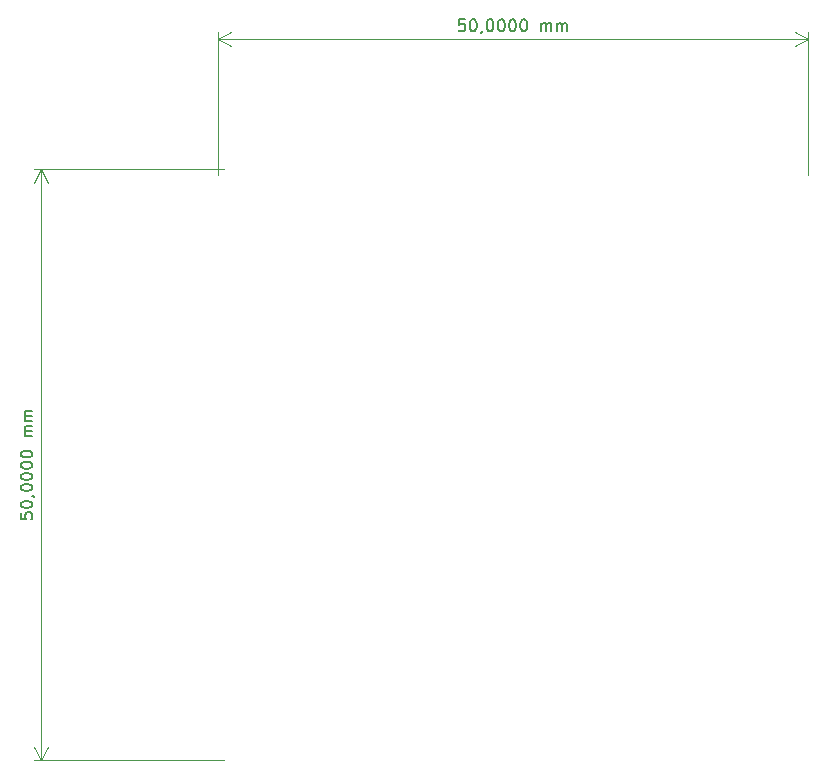
<source format=gbr>
%TF.GenerationSoftware,KiCad,Pcbnew,8.0.1*%
%TF.CreationDate,2024-07-21T18:07:33+02:00*%
%TF.ProjectId,byp,6279702e-6b69-4636-9164-5f7063625858,rev?*%
%TF.SameCoordinates,Original*%
%TF.FileFunction,Other,User*%
%FSLAX46Y46*%
G04 Gerber Fmt 4.6, Leading zero omitted, Abs format (unit mm)*
G04 Created by KiCad (PCBNEW 8.0.1) date 2024-07-21 18:07:33*
%MOMM*%
%LPD*%
G01*
G04 APERTURE LIST*
%ADD10C,0.150000*%
%ADD11C,0.100000*%
G04 APERTURE END LIST*
D10*
X58304820Y-79095237D02*
X58304820Y-79571427D01*
X58304820Y-79571427D02*
X58781010Y-79619046D01*
X58781010Y-79619046D02*
X58733391Y-79571427D01*
X58733391Y-79571427D02*
X58685772Y-79476189D01*
X58685772Y-79476189D02*
X58685772Y-79238094D01*
X58685772Y-79238094D02*
X58733391Y-79142856D01*
X58733391Y-79142856D02*
X58781010Y-79095237D01*
X58781010Y-79095237D02*
X58876248Y-79047618D01*
X58876248Y-79047618D02*
X59114343Y-79047618D01*
X59114343Y-79047618D02*
X59209581Y-79095237D01*
X59209581Y-79095237D02*
X59257201Y-79142856D01*
X59257201Y-79142856D02*
X59304820Y-79238094D01*
X59304820Y-79238094D02*
X59304820Y-79476189D01*
X59304820Y-79476189D02*
X59257201Y-79571427D01*
X59257201Y-79571427D02*
X59209581Y-79619046D01*
X58304820Y-78428570D02*
X58304820Y-78333332D01*
X58304820Y-78333332D02*
X58352439Y-78238094D01*
X58352439Y-78238094D02*
X58400058Y-78190475D01*
X58400058Y-78190475D02*
X58495296Y-78142856D01*
X58495296Y-78142856D02*
X58685772Y-78095237D01*
X58685772Y-78095237D02*
X58923867Y-78095237D01*
X58923867Y-78095237D02*
X59114343Y-78142856D01*
X59114343Y-78142856D02*
X59209581Y-78190475D01*
X59209581Y-78190475D02*
X59257201Y-78238094D01*
X59257201Y-78238094D02*
X59304820Y-78333332D01*
X59304820Y-78333332D02*
X59304820Y-78428570D01*
X59304820Y-78428570D02*
X59257201Y-78523808D01*
X59257201Y-78523808D02*
X59209581Y-78571427D01*
X59209581Y-78571427D02*
X59114343Y-78619046D01*
X59114343Y-78619046D02*
X58923867Y-78666665D01*
X58923867Y-78666665D02*
X58685772Y-78666665D01*
X58685772Y-78666665D02*
X58495296Y-78619046D01*
X58495296Y-78619046D02*
X58400058Y-78571427D01*
X58400058Y-78571427D02*
X58352439Y-78523808D01*
X58352439Y-78523808D02*
X58304820Y-78428570D01*
X59257201Y-77619046D02*
X59304820Y-77619046D01*
X59304820Y-77619046D02*
X59400058Y-77666665D01*
X59400058Y-77666665D02*
X59447677Y-77714284D01*
X58304820Y-76999999D02*
X58304820Y-76904761D01*
X58304820Y-76904761D02*
X58352439Y-76809523D01*
X58352439Y-76809523D02*
X58400058Y-76761904D01*
X58400058Y-76761904D02*
X58495296Y-76714285D01*
X58495296Y-76714285D02*
X58685772Y-76666666D01*
X58685772Y-76666666D02*
X58923867Y-76666666D01*
X58923867Y-76666666D02*
X59114343Y-76714285D01*
X59114343Y-76714285D02*
X59209581Y-76761904D01*
X59209581Y-76761904D02*
X59257201Y-76809523D01*
X59257201Y-76809523D02*
X59304820Y-76904761D01*
X59304820Y-76904761D02*
X59304820Y-76999999D01*
X59304820Y-76999999D02*
X59257201Y-77095237D01*
X59257201Y-77095237D02*
X59209581Y-77142856D01*
X59209581Y-77142856D02*
X59114343Y-77190475D01*
X59114343Y-77190475D02*
X58923867Y-77238094D01*
X58923867Y-77238094D02*
X58685772Y-77238094D01*
X58685772Y-77238094D02*
X58495296Y-77190475D01*
X58495296Y-77190475D02*
X58400058Y-77142856D01*
X58400058Y-77142856D02*
X58352439Y-77095237D01*
X58352439Y-77095237D02*
X58304820Y-76999999D01*
X58304820Y-76047618D02*
X58304820Y-75952380D01*
X58304820Y-75952380D02*
X58352439Y-75857142D01*
X58352439Y-75857142D02*
X58400058Y-75809523D01*
X58400058Y-75809523D02*
X58495296Y-75761904D01*
X58495296Y-75761904D02*
X58685772Y-75714285D01*
X58685772Y-75714285D02*
X58923867Y-75714285D01*
X58923867Y-75714285D02*
X59114343Y-75761904D01*
X59114343Y-75761904D02*
X59209581Y-75809523D01*
X59209581Y-75809523D02*
X59257201Y-75857142D01*
X59257201Y-75857142D02*
X59304820Y-75952380D01*
X59304820Y-75952380D02*
X59304820Y-76047618D01*
X59304820Y-76047618D02*
X59257201Y-76142856D01*
X59257201Y-76142856D02*
X59209581Y-76190475D01*
X59209581Y-76190475D02*
X59114343Y-76238094D01*
X59114343Y-76238094D02*
X58923867Y-76285713D01*
X58923867Y-76285713D02*
X58685772Y-76285713D01*
X58685772Y-76285713D02*
X58495296Y-76238094D01*
X58495296Y-76238094D02*
X58400058Y-76190475D01*
X58400058Y-76190475D02*
X58352439Y-76142856D01*
X58352439Y-76142856D02*
X58304820Y-76047618D01*
X58304820Y-75095237D02*
X58304820Y-74999999D01*
X58304820Y-74999999D02*
X58352439Y-74904761D01*
X58352439Y-74904761D02*
X58400058Y-74857142D01*
X58400058Y-74857142D02*
X58495296Y-74809523D01*
X58495296Y-74809523D02*
X58685772Y-74761904D01*
X58685772Y-74761904D02*
X58923867Y-74761904D01*
X58923867Y-74761904D02*
X59114343Y-74809523D01*
X59114343Y-74809523D02*
X59209581Y-74857142D01*
X59209581Y-74857142D02*
X59257201Y-74904761D01*
X59257201Y-74904761D02*
X59304820Y-74999999D01*
X59304820Y-74999999D02*
X59304820Y-75095237D01*
X59304820Y-75095237D02*
X59257201Y-75190475D01*
X59257201Y-75190475D02*
X59209581Y-75238094D01*
X59209581Y-75238094D02*
X59114343Y-75285713D01*
X59114343Y-75285713D02*
X58923867Y-75333332D01*
X58923867Y-75333332D02*
X58685772Y-75333332D01*
X58685772Y-75333332D02*
X58495296Y-75285713D01*
X58495296Y-75285713D02*
X58400058Y-75238094D01*
X58400058Y-75238094D02*
X58352439Y-75190475D01*
X58352439Y-75190475D02*
X58304820Y-75095237D01*
X58304820Y-74142856D02*
X58304820Y-74047618D01*
X58304820Y-74047618D02*
X58352439Y-73952380D01*
X58352439Y-73952380D02*
X58400058Y-73904761D01*
X58400058Y-73904761D02*
X58495296Y-73857142D01*
X58495296Y-73857142D02*
X58685772Y-73809523D01*
X58685772Y-73809523D02*
X58923867Y-73809523D01*
X58923867Y-73809523D02*
X59114343Y-73857142D01*
X59114343Y-73857142D02*
X59209581Y-73904761D01*
X59209581Y-73904761D02*
X59257201Y-73952380D01*
X59257201Y-73952380D02*
X59304820Y-74047618D01*
X59304820Y-74047618D02*
X59304820Y-74142856D01*
X59304820Y-74142856D02*
X59257201Y-74238094D01*
X59257201Y-74238094D02*
X59209581Y-74285713D01*
X59209581Y-74285713D02*
X59114343Y-74333332D01*
X59114343Y-74333332D02*
X58923867Y-74380951D01*
X58923867Y-74380951D02*
X58685772Y-74380951D01*
X58685772Y-74380951D02*
X58495296Y-74333332D01*
X58495296Y-74333332D02*
X58400058Y-74285713D01*
X58400058Y-74285713D02*
X58352439Y-74238094D01*
X58352439Y-74238094D02*
X58304820Y-74142856D01*
X59304820Y-72619046D02*
X58638153Y-72619046D01*
X58733391Y-72619046D02*
X58685772Y-72571427D01*
X58685772Y-72571427D02*
X58638153Y-72476189D01*
X58638153Y-72476189D02*
X58638153Y-72333332D01*
X58638153Y-72333332D02*
X58685772Y-72238094D01*
X58685772Y-72238094D02*
X58781010Y-72190475D01*
X58781010Y-72190475D02*
X59304820Y-72190475D01*
X58781010Y-72190475D02*
X58685772Y-72142856D01*
X58685772Y-72142856D02*
X58638153Y-72047618D01*
X58638153Y-72047618D02*
X58638153Y-71904761D01*
X58638153Y-71904761D02*
X58685772Y-71809522D01*
X58685772Y-71809522D02*
X58781010Y-71761903D01*
X58781010Y-71761903D02*
X59304820Y-71761903D01*
X59304820Y-71285713D02*
X58638153Y-71285713D01*
X58733391Y-71285713D02*
X58685772Y-71238094D01*
X58685772Y-71238094D02*
X58638153Y-71142856D01*
X58638153Y-71142856D02*
X58638153Y-70999999D01*
X58638153Y-70999999D02*
X58685772Y-70904761D01*
X58685772Y-70904761D02*
X58781010Y-70857142D01*
X58781010Y-70857142D02*
X59304820Y-70857142D01*
X58781010Y-70857142D02*
X58685772Y-70809523D01*
X58685772Y-70809523D02*
X58638153Y-70714285D01*
X58638153Y-70714285D02*
X58638153Y-70571428D01*
X58638153Y-70571428D02*
X58685772Y-70476189D01*
X58685772Y-70476189D02*
X58781010Y-70428570D01*
X58781010Y-70428570D02*
X59304820Y-70428570D01*
D11*
X75500000Y-50000000D02*
X59413581Y-50000000D01*
X75500000Y-100000000D02*
X59413581Y-100000000D01*
X60000001Y-50000000D02*
X60000001Y-100000000D01*
X60000001Y-50000000D02*
X60000001Y-100000000D01*
X60000001Y-50000000D02*
X60586422Y-51126504D01*
X60000001Y-50000000D02*
X59413580Y-51126504D01*
X60000001Y-100000000D02*
X59413580Y-98873496D01*
X60000001Y-100000000D02*
X60586422Y-98873496D01*
D10*
X95904762Y-37304819D02*
X95428572Y-37304819D01*
X95428572Y-37304819D02*
X95380953Y-37781009D01*
X95380953Y-37781009D02*
X95428572Y-37733390D01*
X95428572Y-37733390D02*
X95523810Y-37685771D01*
X95523810Y-37685771D02*
X95761905Y-37685771D01*
X95761905Y-37685771D02*
X95857143Y-37733390D01*
X95857143Y-37733390D02*
X95904762Y-37781009D01*
X95904762Y-37781009D02*
X95952381Y-37876247D01*
X95952381Y-37876247D02*
X95952381Y-38114342D01*
X95952381Y-38114342D02*
X95904762Y-38209580D01*
X95904762Y-38209580D02*
X95857143Y-38257200D01*
X95857143Y-38257200D02*
X95761905Y-38304819D01*
X95761905Y-38304819D02*
X95523810Y-38304819D01*
X95523810Y-38304819D02*
X95428572Y-38257200D01*
X95428572Y-38257200D02*
X95380953Y-38209580D01*
X96571429Y-37304819D02*
X96666667Y-37304819D01*
X96666667Y-37304819D02*
X96761905Y-37352438D01*
X96761905Y-37352438D02*
X96809524Y-37400057D01*
X96809524Y-37400057D02*
X96857143Y-37495295D01*
X96857143Y-37495295D02*
X96904762Y-37685771D01*
X96904762Y-37685771D02*
X96904762Y-37923866D01*
X96904762Y-37923866D02*
X96857143Y-38114342D01*
X96857143Y-38114342D02*
X96809524Y-38209580D01*
X96809524Y-38209580D02*
X96761905Y-38257200D01*
X96761905Y-38257200D02*
X96666667Y-38304819D01*
X96666667Y-38304819D02*
X96571429Y-38304819D01*
X96571429Y-38304819D02*
X96476191Y-38257200D01*
X96476191Y-38257200D02*
X96428572Y-38209580D01*
X96428572Y-38209580D02*
X96380953Y-38114342D01*
X96380953Y-38114342D02*
X96333334Y-37923866D01*
X96333334Y-37923866D02*
X96333334Y-37685771D01*
X96333334Y-37685771D02*
X96380953Y-37495295D01*
X96380953Y-37495295D02*
X96428572Y-37400057D01*
X96428572Y-37400057D02*
X96476191Y-37352438D01*
X96476191Y-37352438D02*
X96571429Y-37304819D01*
X97380953Y-38257200D02*
X97380953Y-38304819D01*
X97380953Y-38304819D02*
X97333334Y-38400057D01*
X97333334Y-38400057D02*
X97285715Y-38447676D01*
X98000000Y-37304819D02*
X98095238Y-37304819D01*
X98095238Y-37304819D02*
X98190476Y-37352438D01*
X98190476Y-37352438D02*
X98238095Y-37400057D01*
X98238095Y-37400057D02*
X98285714Y-37495295D01*
X98285714Y-37495295D02*
X98333333Y-37685771D01*
X98333333Y-37685771D02*
X98333333Y-37923866D01*
X98333333Y-37923866D02*
X98285714Y-38114342D01*
X98285714Y-38114342D02*
X98238095Y-38209580D01*
X98238095Y-38209580D02*
X98190476Y-38257200D01*
X98190476Y-38257200D02*
X98095238Y-38304819D01*
X98095238Y-38304819D02*
X98000000Y-38304819D01*
X98000000Y-38304819D02*
X97904762Y-38257200D01*
X97904762Y-38257200D02*
X97857143Y-38209580D01*
X97857143Y-38209580D02*
X97809524Y-38114342D01*
X97809524Y-38114342D02*
X97761905Y-37923866D01*
X97761905Y-37923866D02*
X97761905Y-37685771D01*
X97761905Y-37685771D02*
X97809524Y-37495295D01*
X97809524Y-37495295D02*
X97857143Y-37400057D01*
X97857143Y-37400057D02*
X97904762Y-37352438D01*
X97904762Y-37352438D02*
X98000000Y-37304819D01*
X98952381Y-37304819D02*
X99047619Y-37304819D01*
X99047619Y-37304819D02*
X99142857Y-37352438D01*
X99142857Y-37352438D02*
X99190476Y-37400057D01*
X99190476Y-37400057D02*
X99238095Y-37495295D01*
X99238095Y-37495295D02*
X99285714Y-37685771D01*
X99285714Y-37685771D02*
X99285714Y-37923866D01*
X99285714Y-37923866D02*
X99238095Y-38114342D01*
X99238095Y-38114342D02*
X99190476Y-38209580D01*
X99190476Y-38209580D02*
X99142857Y-38257200D01*
X99142857Y-38257200D02*
X99047619Y-38304819D01*
X99047619Y-38304819D02*
X98952381Y-38304819D01*
X98952381Y-38304819D02*
X98857143Y-38257200D01*
X98857143Y-38257200D02*
X98809524Y-38209580D01*
X98809524Y-38209580D02*
X98761905Y-38114342D01*
X98761905Y-38114342D02*
X98714286Y-37923866D01*
X98714286Y-37923866D02*
X98714286Y-37685771D01*
X98714286Y-37685771D02*
X98761905Y-37495295D01*
X98761905Y-37495295D02*
X98809524Y-37400057D01*
X98809524Y-37400057D02*
X98857143Y-37352438D01*
X98857143Y-37352438D02*
X98952381Y-37304819D01*
X99904762Y-37304819D02*
X100000000Y-37304819D01*
X100000000Y-37304819D02*
X100095238Y-37352438D01*
X100095238Y-37352438D02*
X100142857Y-37400057D01*
X100142857Y-37400057D02*
X100190476Y-37495295D01*
X100190476Y-37495295D02*
X100238095Y-37685771D01*
X100238095Y-37685771D02*
X100238095Y-37923866D01*
X100238095Y-37923866D02*
X100190476Y-38114342D01*
X100190476Y-38114342D02*
X100142857Y-38209580D01*
X100142857Y-38209580D02*
X100095238Y-38257200D01*
X100095238Y-38257200D02*
X100000000Y-38304819D01*
X100000000Y-38304819D02*
X99904762Y-38304819D01*
X99904762Y-38304819D02*
X99809524Y-38257200D01*
X99809524Y-38257200D02*
X99761905Y-38209580D01*
X99761905Y-38209580D02*
X99714286Y-38114342D01*
X99714286Y-38114342D02*
X99666667Y-37923866D01*
X99666667Y-37923866D02*
X99666667Y-37685771D01*
X99666667Y-37685771D02*
X99714286Y-37495295D01*
X99714286Y-37495295D02*
X99761905Y-37400057D01*
X99761905Y-37400057D02*
X99809524Y-37352438D01*
X99809524Y-37352438D02*
X99904762Y-37304819D01*
X100857143Y-37304819D02*
X100952381Y-37304819D01*
X100952381Y-37304819D02*
X101047619Y-37352438D01*
X101047619Y-37352438D02*
X101095238Y-37400057D01*
X101095238Y-37400057D02*
X101142857Y-37495295D01*
X101142857Y-37495295D02*
X101190476Y-37685771D01*
X101190476Y-37685771D02*
X101190476Y-37923866D01*
X101190476Y-37923866D02*
X101142857Y-38114342D01*
X101142857Y-38114342D02*
X101095238Y-38209580D01*
X101095238Y-38209580D02*
X101047619Y-38257200D01*
X101047619Y-38257200D02*
X100952381Y-38304819D01*
X100952381Y-38304819D02*
X100857143Y-38304819D01*
X100857143Y-38304819D02*
X100761905Y-38257200D01*
X100761905Y-38257200D02*
X100714286Y-38209580D01*
X100714286Y-38209580D02*
X100666667Y-38114342D01*
X100666667Y-38114342D02*
X100619048Y-37923866D01*
X100619048Y-37923866D02*
X100619048Y-37685771D01*
X100619048Y-37685771D02*
X100666667Y-37495295D01*
X100666667Y-37495295D02*
X100714286Y-37400057D01*
X100714286Y-37400057D02*
X100761905Y-37352438D01*
X100761905Y-37352438D02*
X100857143Y-37304819D01*
X102380953Y-38304819D02*
X102380953Y-37638152D01*
X102380953Y-37733390D02*
X102428572Y-37685771D01*
X102428572Y-37685771D02*
X102523810Y-37638152D01*
X102523810Y-37638152D02*
X102666667Y-37638152D01*
X102666667Y-37638152D02*
X102761905Y-37685771D01*
X102761905Y-37685771D02*
X102809524Y-37781009D01*
X102809524Y-37781009D02*
X102809524Y-38304819D01*
X102809524Y-37781009D02*
X102857143Y-37685771D01*
X102857143Y-37685771D02*
X102952381Y-37638152D01*
X102952381Y-37638152D02*
X103095238Y-37638152D01*
X103095238Y-37638152D02*
X103190477Y-37685771D01*
X103190477Y-37685771D02*
X103238096Y-37781009D01*
X103238096Y-37781009D02*
X103238096Y-38304819D01*
X103714286Y-38304819D02*
X103714286Y-37638152D01*
X103714286Y-37733390D02*
X103761905Y-37685771D01*
X103761905Y-37685771D02*
X103857143Y-37638152D01*
X103857143Y-37638152D02*
X104000000Y-37638152D01*
X104000000Y-37638152D02*
X104095238Y-37685771D01*
X104095238Y-37685771D02*
X104142857Y-37781009D01*
X104142857Y-37781009D02*
X104142857Y-38304819D01*
X104142857Y-37781009D02*
X104190476Y-37685771D01*
X104190476Y-37685771D02*
X104285714Y-37638152D01*
X104285714Y-37638152D02*
X104428571Y-37638152D01*
X104428571Y-37638152D02*
X104523810Y-37685771D01*
X104523810Y-37685771D02*
X104571429Y-37781009D01*
X104571429Y-37781009D02*
X104571429Y-38304819D01*
D11*
X75000000Y-50500000D02*
X75000000Y-38413580D01*
X125000000Y-50500000D02*
X125000000Y-38413580D01*
X75000000Y-39000000D02*
X125000000Y-39000000D01*
X75000000Y-39000000D02*
X125000000Y-39000000D01*
X75000000Y-39000000D02*
X76126504Y-38413579D01*
X75000000Y-39000000D02*
X76126504Y-39586421D01*
X125000000Y-39000000D02*
X123873496Y-39586421D01*
X125000000Y-39000000D02*
X123873496Y-38413579D01*
M02*

</source>
